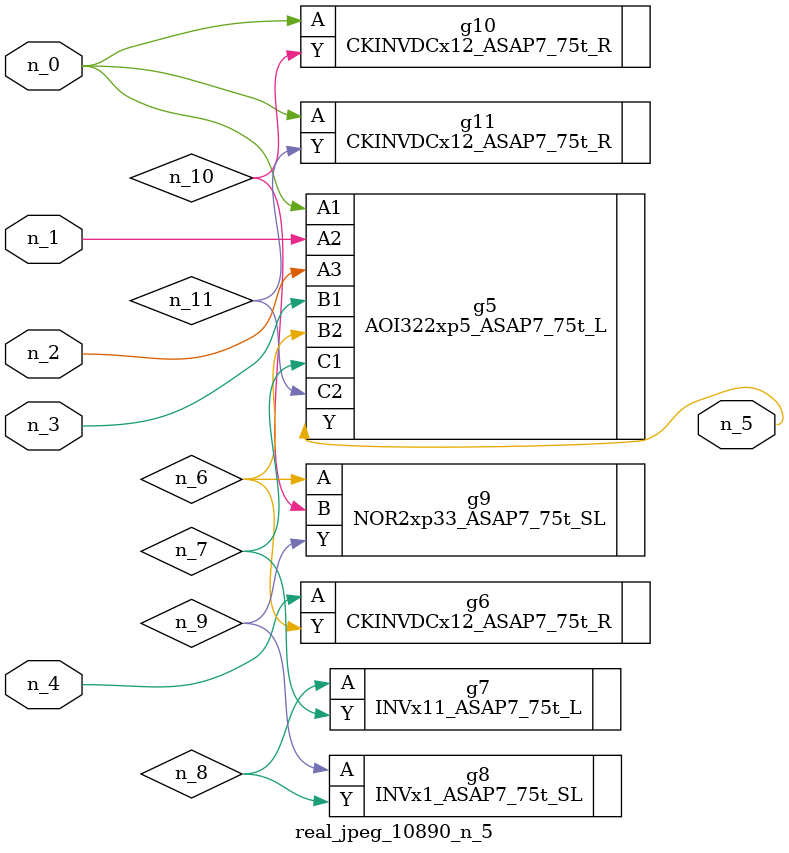
<source format=v>
module real_jpeg_10890_n_5 (n_4, n_0, n_1, n_2, n_3, n_5);

input n_4;
input n_0;
input n_1;
input n_2;
input n_3;

output n_5;

wire n_8;
wire n_11;
wire n_6;
wire n_7;
wire n_10;
wire n_9;

AOI322xp5_ASAP7_75t_L g5 ( 
.A1(n_0),
.A2(n_1),
.A3(n_2),
.B1(n_3),
.B2(n_6),
.C1(n_7),
.C2(n_11),
.Y(n_5)
);

CKINVDCx12_ASAP7_75t_R g10 ( 
.A(n_0),
.Y(n_10)
);

CKINVDCx12_ASAP7_75t_R g11 ( 
.A(n_0),
.Y(n_11)
);

CKINVDCx12_ASAP7_75t_R g6 ( 
.A(n_4),
.Y(n_6)
);

NOR2xp33_ASAP7_75t_SL g9 ( 
.A(n_6),
.B(n_10),
.Y(n_9)
);

INVx11_ASAP7_75t_L g7 ( 
.A(n_8),
.Y(n_7)
);

INVx1_ASAP7_75t_SL g8 ( 
.A(n_9),
.Y(n_8)
);


endmodule
</source>
